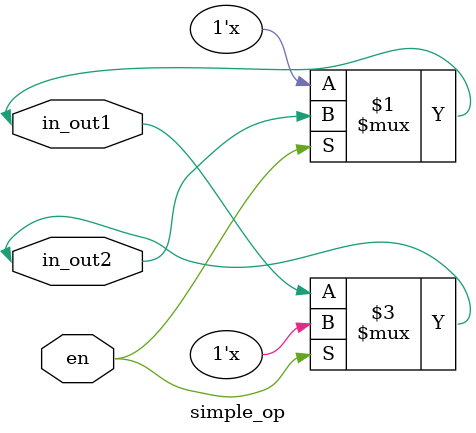
<source format=v>
module simple_op(in_out1,in_out2,en);
	inout in_out1;
	inout in_out2;
	input  en;

	assign in_out1 = (en) ? in_out2 : 1'bz;
	assign in_out2 = (!en) ? in_out1 : 1'bz;
endmodule
</source>
